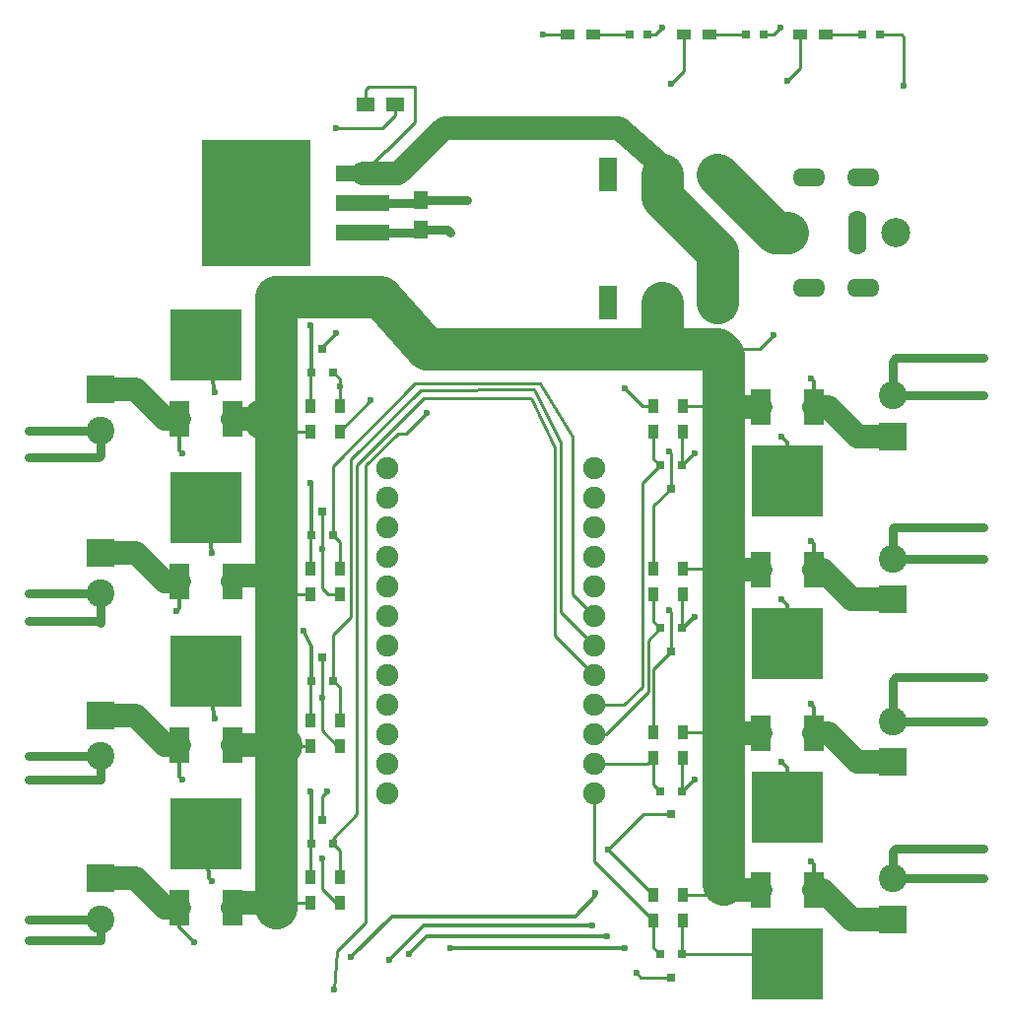
<source format=gtl>
G04 #@! TF.FileFunction,Copper,L1,Top,Signal*
%FSLAX46Y46*%
G04 Gerber Fmt 4.6, Leading zero omitted, Abs format (unit mm)*
G04 Created by KiCad (PCBNEW 4.0.1-stable) date 22-Mar-16 21:49:02*
%MOMM*%
G01*
G04 APERTURE LIST*
%ADD10C,0.100000*%
%ADD11C,2.400000*%
%ADD12R,2.400000X2.400000*%
%ADD13R,1.500000X1.250000*%
%ADD14R,1.250000X1.500000*%
%ADD15R,1.651000X3.048000*%
%ADD16R,6.096000X6.096000*%
%ADD17R,0.900000X1.200000*%
%ADD18R,1.600000X3.000000*%
%ADD19R,4.600000X1.390000*%
%ADD20R,9.400000X10.800000*%
%ADD21C,1.900000*%
%ADD22R,0.800100X0.800100*%
%ADD23O,2.800000X1.600000*%
%ADD24C,2.500000*%
%ADD25O,1.600000X3.800000*%
%ADD26C,2.200000*%
%ADD27R,1.200000X0.900000*%
%ADD28R,0.797560X0.797560*%
%ADD29C,0.600000*%
%ADD30C,0.250000*%
%ADD31C,0.800000*%
%ADD32C,0.300000*%
%ADD33C,2.000000*%
%ADD34C,3.600000*%
G04 APERTURE END LIST*
D10*
D11*
X169000000Y-83000000D03*
D12*
X169000000Y-86500000D03*
D11*
X101000000Y-100000000D03*
D12*
X101000000Y-96500000D03*
D13*
X123750000Y-58000000D03*
X126250000Y-58000000D03*
D14*
X128500000Y-66250000D03*
X128500000Y-68750000D03*
D11*
X169000000Y-111000000D03*
D12*
X169000000Y-114500000D03*
D11*
X169000000Y-97000000D03*
D12*
X169000000Y-100500000D03*
D11*
X101000000Y-128000000D03*
D12*
X101000000Y-124500000D03*
D11*
X101000000Y-114000000D03*
D12*
X101000000Y-110500000D03*
D11*
X101000000Y-86000000D03*
D12*
X101000000Y-82500000D03*
D15*
X162286000Y-125500000D03*
D16*
X160000000Y-131850000D03*
D15*
X157714000Y-125500000D03*
X162286000Y-112000000D03*
D16*
X160000000Y-118350000D03*
D15*
X157714000Y-112000000D03*
X162286000Y-98000000D03*
D16*
X160000000Y-104350000D03*
D15*
X157714000Y-98000000D03*
X162286000Y-84000000D03*
D16*
X160000000Y-90350000D03*
D15*
X157714000Y-84000000D03*
X107714000Y-127000000D03*
D16*
X110000000Y-120650000D03*
D15*
X112286000Y-127000000D03*
X107714000Y-113000000D03*
D16*
X110000000Y-106650000D03*
D15*
X112286000Y-113000000D03*
X107714000Y-99000000D03*
D16*
X110000000Y-92650000D03*
D15*
X112286000Y-99000000D03*
X107714000Y-85000000D03*
D16*
X110000000Y-78650000D03*
D15*
X112286000Y-85000000D03*
D17*
X148500000Y-128100000D03*
X148500000Y-125900000D03*
X151000000Y-125900000D03*
X151000000Y-128100000D03*
X148500000Y-114100000D03*
X148500000Y-111900000D03*
X151000000Y-111900000D03*
X151000000Y-114100000D03*
X148500000Y-100100000D03*
X148500000Y-97900000D03*
X151000000Y-97900000D03*
X151000000Y-100100000D03*
X148500000Y-86100000D03*
X148500000Y-83900000D03*
X151000000Y-83900000D03*
X151000000Y-86100000D03*
X121500000Y-124400000D03*
X121500000Y-126600000D03*
X119000000Y-126600000D03*
X119000000Y-124400000D03*
X121500000Y-110900000D03*
X121500000Y-113100000D03*
X119000000Y-113100000D03*
X119000000Y-110900000D03*
X121500000Y-97900000D03*
X121500000Y-100100000D03*
X119000000Y-100100000D03*
X119000000Y-97900000D03*
X121500000Y-83900000D03*
X121500000Y-86100000D03*
X119000000Y-86100000D03*
X119000000Y-83900000D03*
D18*
X153950000Y-64000000D03*
X149250000Y-64000000D03*
X144550000Y-64000000D03*
X153950000Y-75000000D03*
X149250000Y-75000000D03*
X144550000Y-75000000D03*
D19*
X123500000Y-66500000D03*
D20*
X114350000Y-66500000D03*
D19*
X123500000Y-63960000D03*
X123500000Y-69040000D03*
D21*
X125610000Y-89260000D03*
X125610000Y-91800000D03*
X125610000Y-94340000D03*
X125610000Y-96880000D03*
X125610000Y-99420000D03*
X125610000Y-101960000D03*
X125610000Y-104500000D03*
X125610000Y-107040000D03*
X125610000Y-109580000D03*
X125610000Y-112120000D03*
X125610000Y-114660000D03*
X125610000Y-117200000D03*
X143390000Y-89260000D03*
X143390000Y-91800000D03*
X143390000Y-94340000D03*
X143390000Y-96880000D03*
X143390000Y-99420000D03*
X143390000Y-101960000D03*
X143390000Y-104500000D03*
X143390000Y-107040000D03*
X143390000Y-109580000D03*
X143390000Y-112120000D03*
X143390000Y-114660000D03*
X143390000Y-117200000D03*
D11*
X169000000Y-124500000D03*
D12*
X169000000Y-128000000D03*
D22*
X150950000Y-130999240D03*
X149050000Y-130999240D03*
X150000000Y-132998220D03*
X150950000Y-116999240D03*
X149050000Y-116999240D03*
X150000000Y-118998220D03*
X150950000Y-102999240D03*
X149050000Y-102999240D03*
X150000000Y-104998220D03*
X150950000Y-88999240D03*
X149050000Y-88999240D03*
X150000000Y-90998220D03*
X119050000Y-121500760D03*
X120950000Y-121500760D03*
X120000000Y-119501780D03*
X119050000Y-107500760D03*
X120950000Y-107500760D03*
X120000000Y-105501780D03*
X119050000Y-95000760D03*
X120950000Y-95000760D03*
X120000000Y-93001780D03*
X119050000Y-81000760D03*
X120950000Y-81000760D03*
X120000000Y-79001780D03*
D23*
X161800000Y-64250000D03*
X166500000Y-73750000D03*
X166500000Y-64250000D03*
D24*
X169250000Y-69000000D03*
D25*
X166000000Y-69000000D03*
D26*
X160000000Y-69000000D03*
D23*
X161800000Y-73750000D03*
D27*
X153300000Y-52000000D03*
X151100000Y-52000000D03*
X143300000Y-52000000D03*
X141100000Y-52000000D03*
X163300000Y-52000000D03*
X161100000Y-52000000D03*
D28*
X157949300Y-52000000D03*
X156450700Y-52000000D03*
X147949300Y-52000000D03*
X146450700Y-52000000D03*
X167949300Y-52000000D03*
X166450700Y-52000000D03*
D29*
X121000000Y-134000000D03*
X129000000Y-84500000D03*
X149200000Y-51400000D03*
X132500000Y-66250000D03*
X162000000Y-123000000D03*
X146000000Y-130500000D03*
X131000000Y-130500000D03*
X127500000Y-131000000D03*
X144500000Y-129500000D03*
X125750000Y-131500000D03*
X143250000Y-128500000D03*
X143500000Y-125750000D03*
X122500000Y-131250000D03*
X159400000Y-51400000D03*
X159500000Y-114500000D03*
X152000000Y-116000000D03*
X159500000Y-100500000D03*
X152000000Y-102000000D03*
X159500000Y-86500000D03*
X152000000Y-88000000D03*
X110500000Y-124750000D03*
X119000000Y-117000000D03*
X110750000Y-110750000D03*
X118400000Y-103200000D03*
X110500000Y-96500000D03*
X119000000Y-90500000D03*
X110750000Y-82750000D03*
X119000000Y-77000000D03*
X121500000Y-82250000D03*
X176800000Y-79800000D03*
X176800000Y-94300000D03*
X176800000Y-107200000D03*
X176800000Y-121900000D03*
X94800000Y-88300000D03*
X94800000Y-102400000D03*
X94800000Y-116000000D03*
X94800000Y-129800000D03*
X94800000Y-128000000D03*
X94800000Y-86000000D03*
X176800000Y-83000000D03*
X176800000Y-97000000D03*
X176800000Y-111000000D03*
X176800000Y-124500000D03*
X94800000Y-100000000D03*
X94800000Y-114000000D03*
X121200000Y-77600000D03*
X120000000Y-122800000D03*
X120400000Y-117000000D03*
X120000000Y-109000000D03*
X120000000Y-96200000D03*
X124200000Y-83400000D03*
X121200000Y-60000000D03*
X139000000Y-52000000D03*
X150000000Y-56200000D03*
X160000000Y-56000000D03*
X146000000Y-82400000D03*
X149800000Y-87800000D03*
X149800000Y-101400000D03*
X144600000Y-122000000D03*
X147000000Y-132600000D03*
X131000000Y-69000000D03*
X158800000Y-77800000D03*
X170000000Y-56400000D03*
X162000000Y-109500000D03*
X162000000Y-95500000D03*
X162000000Y-81500000D03*
X109000000Y-130000000D03*
X108000000Y-116000000D03*
X107500000Y-101500000D03*
X108000000Y-88000000D03*
D30*
X121250000Y-130750000D02*
X121000000Y-134000000D01*
X123750000Y-128250000D02*
X121250000Y-130750000D01*
X123750000Y-89000000D02*
X123750000Y-128250000D01*
X126500000Y-86250000D02*
X123750000Y-89000000D01*
X127250000Y-86250000D02*
X126500000Y-86250000D01*
X129000000Y-84500000D02*
X127250000Y-86250000D01*
X148600000Y-52000000D02*
X147949300Y-52000000D01*
X149200000Y-51400000D02*
X148600000Y-52000000D01*
D31*
X128500000Y-66250000D02*
X132500000Y-66250000D01*
X123500000Y-66500000D02*
X128250000Y-66500000D01*
D30*
X128250000Y-66500000D02*
X128500000Y-66250000D01*
D32*
X162286000Y-125500000D02*
X162286000Y-123286000D01*
X162286000Y-123286000D02*
X162000000Y-123000000D01*
D33*
X162286000Y-125500000D02*
X163000000Y-125500000D01*
X163000000Y-125500000D02*
X165500000Y-128000000D01*
X165500000Y-128000000D02*
X169000000Y-128000000D01*
D32*
X131000000Y-130500000D02*
X146000000Y-130500000D01*
X127500000Y-131000000D02*
X129000000Y-129500000D01*
X129000000Y-129500000D02*
X144500000Y-129500000D01*
X125750000Y-131500000D02*
X128750000Y-128500000D01*
X128750000Y-128500000D02*
X143250000Y-128500000D01*
X143500000Y-126000000D02*
X143500000Y-125750000D01*
X141750000Y-127750000D02*
X143500000Y-126000000D01*
X126000000Y-127750000D02*
X141750000Y-127750000D01*
X122500000Y-131250000D02*
X126000000Y-127750000D01*
D30*
X150950000Y-130999240D02*
X159149240Y-130999240D01*
X159149240Y-130999240D02*
X160000000Y-131850000D01*
X150950000Y-130999240D02*
X150950000Y-128150000D01*
X150950000Y-128150000D02*
X151000000Y-128100000D01*
X143390000Y-117200000D02*
X143390000Y-122990000D01*
X143390000Y-122990000D02*
X148500000Y-128100000D01*
X148500000Y-128100000D02*
X148500000Y-130449240D01*
X148500000Y-130449240D02*
X149050000Y-130999240D01*
X158800000Y-52000000D02*
X157949300Y-52000000D01*
X159400000Y-51400000D02*
X158800000Y-52000000D01*
D34*
X160000000Y-69000000D02*
X158950000Y-69000000D01*
X158950000Y-69000000D02*
X153950000Y-64000000D01*
D32*
X150950000Y-116999240D02*
X151000760Y-116999240D01*
X151000760Y-116999240D02*
X152000000Y-116000000D01*
X160000000Y-115000000D02*
X160000000Y-118350000D01*
X159500000Y-114500000D02*
X160000000Y-115000000D01*
D30*
X150950000Y-116999240D02*
X150950000Y-114150000D01*
X150950000Y-114150000D02*
X151000000Y-114100000D01*
X143390000Y-114660000D02*
X147940000Y-114660000D01*
X147940000Y-114660000D02*
X148500000Y-114100000D01*
X148500000Y-114100000D02*
X148500000Y-116449240D01*
X148500000Y-116449240D02*
X149050000Y-116999240D01*
D32*
X150950000Y-102999240D02*
X151000760Y-102999240D01*
X151000760Y-102999240D02*
X152000000Y-102000000D01*
X160000000Y-101000000D02*
X160000000Y-104350000D01*
X159500000Y-100500000D02*
X160000000Y-101000000D01*
D30*
X150950000Y-102999240D02*
X150950000Y-100150000D01*
X150950000Y-100150000D02*
X151000000Y-100100000D01*
X143390000Y-112120000D02*
X144380000Y-112120000D01*
X148000000Y-104049240D02*
X149050000Y-102999240D01*
X148000000Y-108500000D02*
X148000000Y-104049240D01*
X144380000Y-112120000D02*
X148000000Y-108500000D01*
X148500000Y-100100000D02*
X148500000Y-102449240D01*
X148500000Y-102449240D02*
X149050000Y-102999240D01*
D32*
X150950000Y-88999240D02*
X151000760Y-88999240D01*
X151000760Y-88999240D02*
X152000000Y-88000000D01*
X160000000Y-87000000D02*
X160000000Y-90350000D01*
X159500000Y-86500000D02*
X160000000Y-87000000D01*
D30*
X150950000Y-88999240D02*
X150950000Y-86150000D01*
X150950000Y-86150000D02*
X151000000Y-86100000D01*
X143390000Y-109580000D02*
X145920000Y-109580000D01*
X147500000Y-90549240D02*
X149050000Y-88999240D01*
X147500000Y-108000000D02*
X147500000Y-90549240D01*
X145920000Y-109580000D02*
X147500000Y-108000000D01*
X148500000Y-86100000D02*
X148500000Y-88449240D01*
X148500000Y-88449240D02*
X149050000Y-88999240D01*
D32*
X119050000Y-121500760D02*
X119050000Y-117050000D01*
X110250000Y-124500000D02*
X110000000Y-120650000D01*
X110500000Y-124750000D02*
X110250000Y-124500000D01*
X119050000Y-117050000D02*
X119000000Y-117000000D01*
D30*
X119000000Y-124400000D02*
X119000000Y-121550760D01*
X119000000Y-121550760D02*
X119050000Y-121500760D01*
X120950000Y-121500760D02*
X120950000Y-121050000D01*
X140000000Y-103650000D02*
X143390000Y-107040000D01*
X140000000Y-87500000D02*
X140000000Y-103650000D01*
X138000000Y-83250000D02*
X140000000Y-87500000D01*
X128750000Y-83250000D02*
X138000000Y-83250000D01*
X123000000Y-89000000D02*
X128750000Y-83250000D01*
X123000000Y-119000000D02*
X123000000Y-89000000D01*
X120950000Y-121050000D02*
X123000000Y-119000000D01*
X121500000Y-124400000D02*
X121500000Y-122050760D01*
X121500000Y-122050760D02*
X120950000Y-121500760D01*
D32*
X119050000Y-107500760D02*
X119050000Y-104550000D01*
X110750000Y-110750000D02*
X110000000Y-106650000D01*
X119050000Y-104550000D02*
X118400000Y-103200000D01*
D30*
X119000000Y-110900000D02*
X119000000Y-107550760D01*
X119000000Y-107550760D02*
X119050000Y-107500760D01*
X120950000Y-107500760D02*
X120950000Y-103550000D01*
X140500000Y-101610000D02*
X143390000Y-104500000D01*
X140500000Y-87000000D02*
X140500000Y-101610000D01*
X138250000Y-82500000D02*
X140500000Y-87000000D01*
X128481937Y-82564727D02*
X138250000Y-82500000D01*
X122500000Y-88500000D02*
X128481937Y-82564727D01*
X122500000Y-102000000D02*
X122500000Y-88500000D01*
X120950000Y-103550000D02*
X122500000Y-102000000D01*
X121500000Y-110900000D02*
X121500000Y-108050760D01*
X121500000Y-108050760D02*
X120950000Y-107500760D01*
D32*
X119050000Y-95000760D02*
X119050000Y-90550000D01*
X110500000Y-96500000D02*
X110000000Y-92650000D01*
X119050000Y-90550000D02*
X119000000Y-90500000D01*
D30*
X119000000Y-97900000D02*
X119000000Y-95050760D01*
X119000000Y-95050760D02*
X119050000Y-95000760D01*
X120950000Y-95000760D02*
X120950000Y-89050000D01*
X141500000Y-100070000D02*
X143390000Y-101960000D01*
X141500000Y-86500000D02*
X141500000Y-100070000D01*
X138750000Y-82000000D02*
X141500000Y-86500000D01*
X128000000Y-82000000D02*
X138750000Y-82000000D01*
X120950000Y-89050000D02*
X128000000Y-82000000D01*
X121500000Y-97900000D02*
X121500000Y-95550760D01*
X121500000Y-95550760D02*
X120950000Y-95000760D01*
D32*
X119050000Y-81000760D02*
X119050000Y-77050000D01*
X110750000Y-82750000D02*
X110000000Y-78650000D01*
X119050000Y-77050000D02*
X119000000Y-77000000D01*
D30*
X119000000Y-83900000D02*
X119000000Y-81050760D01*
X119000000Y-81050760D02*
X119050000Y-81000760D01*
X121500000Y-83250000D02*
X121500000Y-83900000D01*
X121500000Y-82250000D02*
X121500000Y-83250000D01*
X121500000Y-83900000D02*
X121500000Y-81550760D01*
X121500000Y-81550760D02*
X120950000Y-81000760D01*
D31*
X169000000Y-83000000D02*
X169000000Y-80100000D01*
X169300000Y-79800000D02*
X176800000Y-79800000D01*
X169000000Y-80100000D02*
X169300000Y-79800000D01*
X169000000Y-97000000D02*
X169000000Y-94400000D01*
X169100000Y-94300000D02*
X176800000Y-94300000D01*
X169000000Y-94400000D02*
X169100000Y-94300000D01*
X169000000Y-111000000D02*
X169000000Y-107500000D01*
X169300000Y-107200000D02*
X176800000Y-107200000D01*
X169000000Y-107500000D02*
X169300000Y-107200000D01*
X169000000Y-124500000D02*
X169000000Y-122200000D01*
X169300000Y-121900000D02*
X176800000Y-121900000D01*
X169000000Y-122200000D02*
X169300000Y-121900000D01*
X101000000Y-86000000D02*
X101000000Y-88100000D01*
X100800000Y-88300000D02*
X94800000Y-88300000D01*
X101000000Y-88100000D02*
X100800000Y-88300000D01*
X101000000Y-100000000D02*
X101000000Y-102500000D01*
X100900000Y-102400000D02*
X94800000Y-102400000D01*
X101000000Y-102500000D02*
X100900000Y-102400000D01*
X101000000Y-114000000D02*
X101000000Y-116000000D01*
X101000000Y-116000000D02*
X94800000Y-116000000D01*
X101000000Y-128000000D02*
X101000000Y-129800000D01*
X101000000Y-129800000D02*
X94800000Y-129800000D01*
X101000000Y-128000000D02*
X94800000Y-128000000D01*
X101000000Y-86000000D02*
X94800000Y-86000000D01*
X169000000Y-83000000D02*
X176800000Y-83000000D01*
X169000000Y-97000000D02*
X176800000Y-97000000D01*
X169000000Y-111000000D02*
X176800000Y-111000000D01*
X169000000Y-124500000D02*
X176800000Y-124500000D01*
X101000000Y-100000000D02*
X94800000Y-100000000D01*
X101000000Y-114000000D02*
X94800000Y-114000000D01*
D30*
X120000000Y-79001780D02*
X120000000Y-78800000D01*
X120000000Y-78800000D02*
X121200000Y-77600000D01*
X121500000Y-126600000D02*
X121200000Y-126600000D01*
X121200000Y-126600000D02*
X120000000Y-125400000D01*
X120000000Y-125400000D02*
X120000000Y-122800000D01*
X120000000Y-119501780D02*
X120000000Y-117400000D01*
X120000000Y-117400000D02*
X120400000Y-117000000D01*
X121500000Y-113100000D02*
X121300000Y-113100000D01*
X121300000Y-113100000D02*
X120000000Y-111800000D01*
X120000000Y-111800000D02*
X120000000Y-109000000D01*
X120000000Y-105501780D02*
X120000000Y-109000000D01*
X121500000Y-100100000D02*
X120500000Y-100100000D01*
X120000000Y-96200000D02*
X120000000Y-93001780D01*
X120000000Y-99600000D02*
X120000000Y-96200000D01*
X120500000Y-100100000D02*
X120000000Y-99600000D01*
X121500000Y-86100000D02*
X124200000Y-83400000D01*
X126250000Y-58000000D02*
X126250000Y-58950000D01*
X125200000Y-60000000D02*
X121200000Y-60000000D01*
X126250000Y-58950000D02*
X125200000Y-60000000D01*
X141100000Y-52000000D02*
X139000000Y-52000000D01*
X151100000Y-52000000D02*
X151100000Y-55100000D01*
X151100000Y-55100000D02*
X150000000Y-56200000D01*
X161100000Y-52000000D02*
X161100000Y-54900000D01*
X161100000Y-54900000D02*
X160000000Y-56000000D01*
X148500000Y-83900000D02*
X147500000Y-83900000D01*
X147500000Y-83900000D02*
X146000000Y-82400000D01*
X150000000Y-90998220D02*
X150000000Y-88000000D01*
X150000000Y-88000000D02*
X149800000Y-87800000D01*
X148500000Y-97900000D02*
X148500000Y-92498220D01*
X148500000Y-92498220D02*
X150000000Y-90998220D01*
X150000000Y-104998220D02*
X150000000Y-101600000D01*
X150000000Y-101600000D02*
X149800000Y-101400000D01*
X148500000Y-111900000D02*
X148500000Y-106498220D01*
X148500000Y-106498220D02*
X150000000Y-104998220D01*
X150000000Y-118998220D02*
X147601780Y-118998220D01*
X144600000Y-122000000D02*
X148500000Y-125900000D01*
X147601780Y-118998220D02*
X144600000Y-122000000D01*
X150000000Y-132998220D02*
X147398220Y-132998220D01*
X147398220Y-132998220D02*
X147000000Y-132600000D01*
D31*
X128500000Y-68750000D02*
X130750000Y-68750000D01*
X130750000Y-68750000D02*
X131000000Y-69000000D01*
X123500000Y-69040000D02*
X128210000Y-69040000D01*
D30*
X128210000Y-69040000D02*
X128500000Y-68750000D01*
X154000000Y-79000000D02*
X157600000Y-79000000D01*
X157600000Y-79000000D02*
X158800000Y-77800000D01*
X170000000Y-56400000D02*
X170000000Y-52200000D01*
X170000000Y-52200000D02*
X169800000Y-52000000D01*
X169800000Y-52000000D02*
X167949300Y-52000000D01*
D34*
X149250000Y-75000000D02*
X149250000Y-79000000D01*
X149250000Y-79000000D02*
X149250000Y-77750000D01*
X149250000Y-77750000D02*
X149250000Y-79000000D01*
D33*
X115500000Y-85000000D02*
X112286000Y-85000000D01*
X116000000Y-98500000D02*
X112786000Y-98500000D01*
X112786000Y-98500000D02*
X112286000Y-99000000D01*
X116000000Y-113000000D02*
X112286000Y-113000000D01*
X116500000Y-126600000D02*
X112686000Y-126600000D01*
X112686000Y-126600000D02*
X112286000Y-127000000D01*
D30*
X119000000Y-126600000D02*
X116500000Y-126600000D01*
X116500000Y-126600000D02*
X116000000Y-126600000D01*
X116500000Y-126500000D02*
X116000000Y-126500000D01*
X116100000Y-126500000D02*
X116500000Y-126500000D01*
X116000000Y-126600000D02*
X116100000Y-126500000D01*
X119000000Y-113100000D02*
X116000000Y-113100000D01*
X117000000Y-113000000D02*
X116000000Y-113000000D01*
X116100000Y-113000000D02*
X117000000Y-113000000D01*
X116000000Y-113100000D02*
X116100000Y-113000000D01*
X119000000Y-100100000D02*
X117100000Y-100100000D01*
X117100000Y-100100000D02*
X116000000Y-99000000D01*
X119000000Y-86100000D02*
X117100000Y-86100000D01*
X117100000Y-86100000D02*
X116000000Y-85000000D01*
X116000000Y-85000000D02*
X116000000Y-85500000D01*
X116000000Y-85500000D02*
X115500000Y-85000000D01*
X151000000Y-83900000D02*
X154400000Y-83900000D01*
X154400000Y-83900000D02*
X154500000Y-84000000D01*
X151000000Y-97900000D02*
X153900000Y-97900000D01*
X153900000Y-97900000D02*
X154000000Y-98000000D01*
X154000000Y-98000000D02*
X154500000Y-98000000D01*
X151000000Y-111900000D02*
X154400000Y-111900000D01*
X154400000Y-111900000D02*
X154500000Y-112000000D01*
X151000000Y-125900000D02*
X154600000Y-125900000D01*
X154600000Y-125900000D02*
X155000000Y-125500000D01*
D33*
X157714000Y-84000000D02*
X154500000Y-84000000D01*
X154500000Y-84000000D02*
X155000000Y-84000000D01*
X155000000Y-84000000D02*
X154500000Y-84000000D01*
X157714000Y-98000000D02*
X154500000Y-98000000D01*
X154500000Y-98000000D02*
X154000000Y-98000000D01*
X154000000Y-98000000D02*
X154500000Y-98000000D01*
X157714000Y-112000000D02*
X154500000Y-112000000D01*
X155500000Y-112500000D02*
X154500000Y-112500000D01*
X155000000Y-112500000D02*
X155500000Y-112500000D01*
X154500000Y-112000000D02*
X155000000Y-112500000D01*
X157714000Y-125500000D02*
X155000000Y-125500000D01*
D34*
X154000000Y-79000000D02*
X149250000Y-79000000D01*
X154000000Y-79000000D02*
X154500000Y-79500000D01*
X154500000Y-79500000D02*
X154500000Y-84000000D01*
X149250000Y-79000000D02*
X140500000Y-79000000D01*
X138750000Y-79000000D02*
X129000000Y-79000000D01*
X116000000Y-74500000D02*
X116000000Y-85000000D01*
X125000000Y-74500000D02*
X116000000Y-74500000D01*
X129000000Y-79000000D02*
X125000000Y-74500000D01*
X140500000Y-79000000D02*
X138750000Y-79000000D01*
X154500000Y-84000000D02*
X154500000Y-98000000D01*
X154500000Y-98000000D02*
X154500000Y-112500000D01*
X154500000Y-112500000D02*
X154500000Y-125000000D01*
D33*
X155000000Y-125500000D02*
X154500000Y-125000000D01*
D34*
X116000000Y-113000000D02*
X116000000Y-113000000D01*
X116000000Y-113000000D02*
X116000000Y-126500000D01*
X116000000Y-126500000D02*
X116000000Y-127000000D01*
X116000000Y-85000000D02*
X115500000Y-85000000D01*
X115500000Y-85000000D02*
X115000000Y-85000000D01*
X115000000Y-85000000D02*
X116000000Y-85000000D01*
X116000000Y-113000000D02*
X116500000Y-113000000D01*
X116500000Y-113000000D02*
X116000000Y-113000000D01*
X116000000Y-85000000D02*
X116000000Y-98500000D01*
X116000000Y-98500000D02*
X116000000Y-99000000D01*
X116000000Y-99000000D02*
X116000000Y-113000000D01*
D32*
X162286000Y-109786000D02*
X162286000Y-112000000D01*
X162000000Y-109500000D02*
X162286000Y-109786000D01*
D33*
X162286000Y-112000000D02*
X163500000Y-112000000D01*
X166000000Y-114500000D02*
X169000000Y-114500000D01*
X163500000Y-112000000D02*
X166000000Y-114500000D01*
D32*
X162286000Y-98000000D02*
X162286000Y-95786000D01*
X162286000Y-95786000D02*
X162000000Y-95500000D01*
D33*
X162286000Y-98000000D02*
X163000000Y-98000000D01*
X163000000Y-98000000D02*
X165500000Y-100500000D01*
X165500000Y-100500000D02*
X169000000Y-100500000D01*
D32*
X162286000Y-81786000D02*
X162286000Y-84000000D01*
X162000000Y-81500000D02*
X162286000Y-81786000D01*
D33*
X162286000Y-84000000D02*
X163500000Y-84000000D01*
X166000000Y-86500000D02*
X169000000Y-86500000D01*
X163500000Y-84000000D02*
X166000000Y-86500000D01*
D32*
X107714000Y-127000000D02*
X107714000Y-128714000D01*
X107714000Y-128714000D02*
X109000000Y-130000000D01*
D33*
X107714000Y-127000000D02*
X106500000Y-127000000D01*
X104000000Y-124500000D02*
X101000000Y-124500000D01*
X106500000Y-127000000D02*
X104000000Y-124500000D01*
D32*
X107714000Y-115714000D02*
X107714000Y-113000000D01*
X108000000Y-116000000D02*
X107714000Y-115714000D01*
D33*
X107714000Y-113000000D02*
X106500000Y-113000000D01*
X104000000Y-110500000D02*
X101000000Y-110500000D01*
X106500000Y-113000000D02*
X104000000Y-110500000D01*
D32*
X107714000Y-99000000D02*
X107714000Y-101286000D01*
X107714000Y-101286000D02*
X107500000Y-101500000D01*
D33*
X107714000Y-99000000D02*
X106500000Y-99000000D01*
X104000000Y-96500000D02*
X101000000Y-96500000D01*
X106500000Y-99000000D02*
X104000000Y-96500000D01*
D32*
X107714000Y-87714000D02*
X107714000Y-85000000D01*
X108000000Y-88000000D02*
X107714000Y-87714000D01*
D33*
X107714000Y-85000000D02*
X106500000Y-85000000D01*
X104000000Y-82500000D02*
X101000000Y-82500000D01*
X106500000Y-85000000D02*
X104000000Y-82500000D01*
D34*
X153950000Y-75000000D02*
X153950000Y-70700000D01*
X149250000Y-66000000D02*
X149250000Y-64000000D01*
X153950000Y-70700000D02*
X149250000Y-66000000D01*
D30*
X123750000Y-58000000D02*
X123750000Y-56750000D01*
X125460000Y-62000000D02*
X123500000Y-63960000D01*
X125500000Y-62000000D02*
X125460000Y-62000000D01*
X128000000Y-59500000D02*
X125500000Y-62000000D01*
X128000000Y-56500000D02*
X128000000Y-59500000D01*
X124000000Y-56500000D02*
X128000000Y-56500000D01*
X123750000Y-56750000D02*
X124000000Y-56500000D01*
D33*
X149500000Y-63500000D02*
X145500000Y-60000000D01*
X126540000Y-63960000D02*
X123500000Y-63960000D01*
X130500000Y-60000000D02*
X126540000Y-63960000D01*
X137500000Y-60000000D02*
X130500000Y-60000000D01*
X145500000Y-60000000D02*
X137500000Y-60000000D01*
D30*
X156450700Y-52000000D02*
X153300000Y-52000000D01*
X146450700Y-52000000D02*
X143300000Y-52000000D01*
X166450700Y-52000000D02*
X163300000Y-52000000D01*
M02*

</source>
